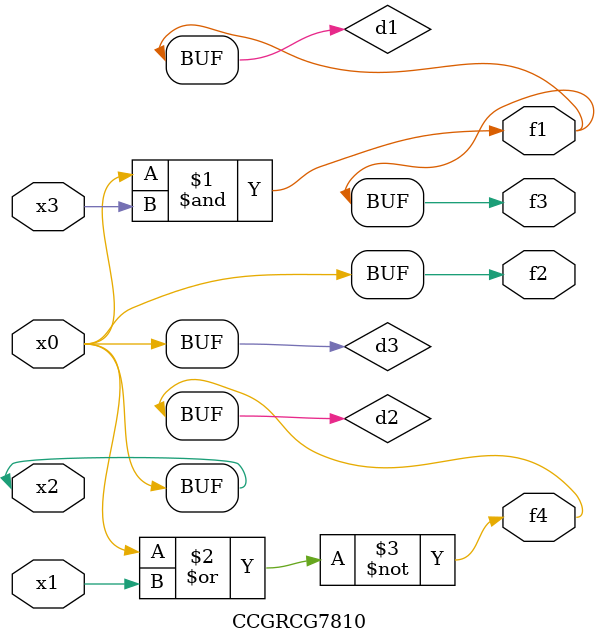
<source format=v>
module CCGRCG7810(
	input x0, x1, x2, x3,
	output f1, f2, f3, f4
);

	wire d1, d2, d3;

	and (d1, x2, x3);
	nor (d2, x0, x1);
	buf (d3, x0, x2);
	assign f1 = d1;
	assign f2 = d3;
	assign f3 = d1;
	assign f4 = d2;
endmodule

</source>
